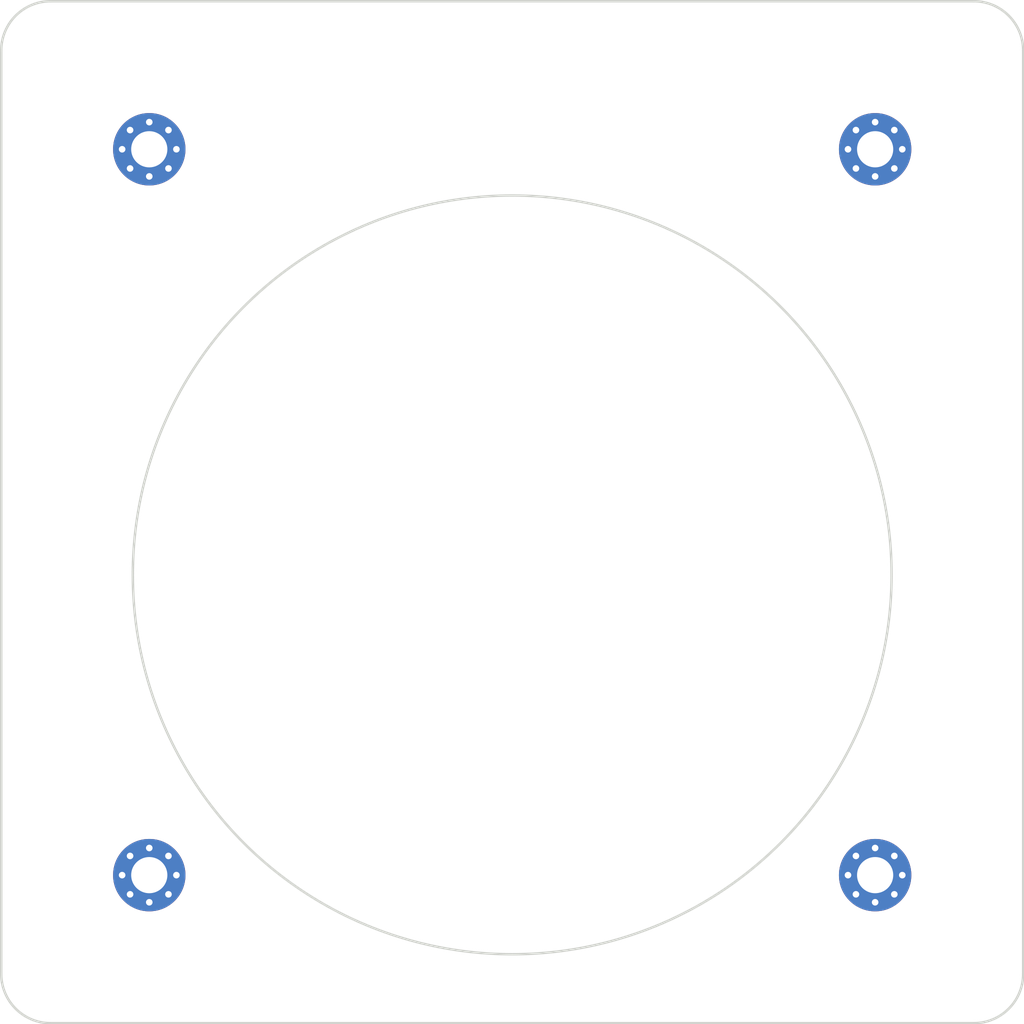
<source format=kicad_pcb>


(kicad_pcb (version 20171130) (host pcbnew 5.1.6)

  (page A3)
  (title_block
    (title "trackpad_holder")
    (rev "v1.0.0")
    (company "Unknown")
  )

  (general
    (thickness 1.6)
  )

  (layers
    (0 F.Cu signal)
    (31 B.Cu signal)
    (32 B.Adhes user)
    (33 F.Adhes user)
    (34 B.Paste user)
    (35 F.Paste user)
    (36 B.SilkS user)
    (37 F.SilkS user)
    (38 B.Mask user)
    (39 F.Mask user)
    (40 Dwgs.User user)
    (41 Cmts.User user)
    (42 Eco1.User user)
    (43 Eco2.User user)
    (44 Edge.Cuts user)
    (45 Margin user)
    (46 B.CrtYd user)
    (47 F.CrtYd user)
    (48 B.Fab user)
    (49 F.Fab user)
  )

  (setup
    (last_trace_width 0.25)
    (trace_clearance 0.2)
    (zone_clearance 0.508)
    (zone_45_only no)
    (trace_min 0.2)
    (via_size 0.8)
    (via_drill 0.4)
    (via_min_size 0.4)
    (via_min_drill 0.3)
    (uvia_size 0.3)
    (uvia_drill 0.1)
    (uvias_allowed no)
    (uvia_min_size 0.2)
    (uvia_min_drill 0.1)
    (edge_width 0.05)
    (segment_width 0.2)
    (pcb_text_width 0.3)
    (pcb_text_size 1.5 1.5)
    (mod_edge_width 0.12)
    (mod_text_size 1 1)
    (mod_text_width 0.15)
    (pad_size 1.524 1.524)
    (pad_drill 0.762)
    (pad_to_mask_clearance 0.05)
    (aux_axis_origin 0 0)
    (visible_elements FFFFFF7F)
    (pcbplotparams
      (layerselection 0x010fc_ffffffff)
      (usegerberextensions false)
      (usegerberattributes true)
      (usegerberadvancedattributes true)
      (creategerberjobfile true)
      (excludeedgelayer true)
      (linewidth 0.100000)
      (plotframeref false)
      (viasonmask false)
      (mode 1)
      (useauxorigin false)
      (hpglpennumber 1)
      (hpglpenspeed 20)
      (hpglpendiameter 15.000000)
      (psnegative false)
      (psa4output false)
      (plotreference true)
      (plotvalue true)
      (plotinvisibletext false)
      (padsonsilk false)
      (subtractmaskfromsilk false)
      (outputformat 1)
      (mirror false)
      (drillshape 1)
      (scaleselection 1)
      (outputdirectory ""))
  )

  (net 0 "")

  (net_class Default "This is the default net class."
    (clearance 0.2)
    (trace_width 0.25)
    (via_dia 0.8)
    (via_drill 0.4)
    (uvia_dia 0.3)
    (uvia_drill 0.1)
    (add_net "")
  )

  
    (module "MountingHole_2.2mm_M2_Pad_Via" (version 20210722) (generator pcbnew) (layer "F.Cu")
      (tedit 56DDB9C7)
      (at 204.7318735 169.44821480000002 0) 
    
      (fp_text reference "_1" (at 0 -3.2) (layer "F.SilkS") hide 
        (effects (font (size 1 1) (thickness 0.15)))
        (tstamp b68bb25c-687d-44b1-b966-dad4cac66b35)
      )
    
      (fp_circle (center 0 0) (end 2.45 0) (layer "F.CrtYd") (width 0.05) (fill none) (tstamp b2688462-c375-45d3-9095-3425fb17c88f))
      (pad "1" thru_hole circle locked (at 1.166726 1.166726) (size 0.7 0.7) (drill 0.4) (layers *.Cu *.Mask) (tstamp 2a7fc905-328f-4bbb-9222-ca8d15d03a86))
      (pad "1" thru_hole circle locked (at 0 0) (size 4.4 4.4) (drill 2.2) (layers *.Cu *.Mask) (tstamp 47ee1d53-0551-4b6d-bc24-3f3f14c73c36))
      (pad "1" thru_hole circle locked (at 0 1.65) (size 0.7 0.7) (drill 0.4) (layers *.Cu *.Mask) (tstamp 4eef65bc-4add-40d7-8319-14dcdbae0d44))
      (pad "1" thru_hole circle locked (at 1.166726 -1.166726) (size 0.7 0.7) (drill 0.4) (layers *.Cu *.Mask) (tstamp 56155f4d-2ebc-4ad4-8d82-7aa7846deba8))
      (pad "1" thru_hole circle locked (at -1.65 0) (size 0.7 0.7) (drill 0.4) (layers *.Cu *.Mask) (tstamp 787d6162-1d3c-4def-859e-6532ce27c1ef))
      (pad "1" thru_hole circle locked (at -1.166726 -1.166726) (size 0.7 0.7) (drill 0.4) (layers *.Cu *.Mask) (tstamp 8d699d12-7099-4814-bbe6-11bc74c6e8b2))
      (pad "1" thru_hole circle locked (at -1.166726 1.166726) (size 0.7 0.7) (drill 0.4) (layers *.Cu *.Mask) (tstamp 95ab0420-a56b-46ee-98ad-5072a1a93a6f))
      (pad "1" thru_hole circle locked (at 1.65 0) (size 0.7 0.7) (drill 0.4) (layers *.Cu *.Mask) (tstamp cde0acf2-b3b4-46de-9f6e-3ab519744000))
      (pad "1" thru_hole circle locked (at 0 -1.65) (size 0.7 0.7) (drill 0.4) (layers *.Cu *.Mask) (tstamp ff0de415-ae11-46fb-b780-c24aee621212))
    )

    (module "MountingHole_2.2mm_M2_Pad_Via" (version 20210722) (generator pcbnew) (layer "F.Cu")
      (tedit 56DDB9C7)
      (at 160.6018735 169.44821480000002 0) 
    
      (fp_text reference "_2" (at 0 -3.2) (layer "F.SilkS") hide 
        (effects (font (size 1 1) (thickness 0.15)))
        (tstamp b68bb25c-687d-44b1-b966-dad4cac66b35)
      )
    
      (fp_circle (center 0 0) (end 2.45 0) (layer "F.CrtYd") (width 0.05) (fill none) (tstamp b2688462-c375-45d3-9095-3425fb17c88f))
      (pad "1" thru_hole circle locked (at 1.166726 1.166726) (size 0.7 0.7) (drill 0.4) (layers *.Cu *.Mask) (tstamp 2a7fc905-328f-4bbb-9222-ca8d15d03a86))
      (pad "1" thru_hole circle locked (at 0 0) (size 4.4 4.4) (drill 2.2) (layers *.Cu *.Mask) (tstamp 47ee1d53-0551-4b6d-bc24-3f3f14c73c36))
      (pad "1" thru_hole circle locked (at 0 1.65) (size 0.7 0.7) (drill 0.4) (layers *.Cu *.Mask) (tstamp 4eef65bc-4add-40d7-8319-14dcdbae0d44))
      (pad "1" thru_hole circle locked (at 1.166726 -1.166726) (size 0.7 0.7) (drill 0.4) (layers *.Cu *.Mask) (tstamp 56155f4d-2ebc-4ad4-8d82-7aa7846deba8))
      (pad "1" thru_hole circle locked (at -1.65 0) (size 0.7 0.7) (drill 0.4) (layers *.Cu *.Mask) (tstamp 787d6162-1d3c-4def-859e-6532ce27c1ef))
      (pad "1" thru_hole circle locked (at -1.166726 -1.166726) (size 0.7 0.7) (drill 0.4) (layers *.Cu *.Mask) (tstamp 8d699d12-7099-4814-bbe6-11bc74c6e8b2))
      (pad "1" thru_hole circle locked (at -1.166726 1.166726) (size 0.7 0.7) (drill 0.4) (layers *.Cu *.Mask) (tstamp 95ab0420-a56b-46ee-98ad-5072a1a93a6f))
      (pad "1" thru_hole circle locked (at 1.65 0) (size 0.7 0.7) (drill 0.4) (layers *.Cu *.Mask) (tstamp cde0acf2-b3b4-46de-9f6e-3ab519744000))
      (pad "1" thru_hole circle locked (at 0 -1.65) (size 0.7 0.7) (drill 0.4) (layers *.Cu *.Mask) (tstamp ff0de415-ae11-46fb-b780-c24aee621212))
    )

    (module "MountingHole_2.2mm_M2_Pad_Via" (version 20210722) (generator pcbnew) (layer "F.Cu")
      (tedit 56DDB9C7)
      (at 204.7318735 213.5782148 0) 
    
      (fp_text reference "_3" (at 0 -3.2) (layer "F.SilkS") hide 
        (effects (font (size 1 1) (thickness 0.15)))
        (tstamp b68bb25c-687d-44b1-b966-dad4cac66b35)
      )
    
      (fp_circle (center 0 0) (end 2.45 0) (layer "F.CrtYd") (width 0.05) (fill none) (tstamp b2688462-c375-45d3-9095-3425fb17c88f))
      (pad "1" thru_hole circle locked (at 1.166726 1.166726) (size 0.7 0.7) (drill 0.4) (layers *.Cu *.Mask) (tstamp 2a7fc905-328f-4bbb-9222-ca8d15d03a86))
      (pad "1" thru_hole circle locked (at 0 0) (size 4.4 4.4) (drill 2.2) (layers *.Cu *.Mask) (tstamp 47ee1d53-0551-4b6d-bc24-3f3f14c73c36))
      (pad "1" thru_hole circle locked (at 0 1.65) (size 0.7 0.7) (drill 0.4) (layers *.Cu *.Mask) (tstamp 4eef65bc-4add-40d7-8319-14dcdbae0d44))
      (pad "1" thru_hole circle locked (at 1.166726 -1.166726) (size 0.7 0.7) (drill 0.4) (layers *.Cu *.Mask) (tstamp 56155f4d-2ebc-4ad4-8d82-7aa7846deba8))
      (pad "1" thru_hole circle locked (at -1.65 0) (size 0.7 0.7) (drill 0.4) (layers *.Cu *.Mask) (tstamp 787d6162-1d3c-4def-859e-6532ce27c1ef))
      (pad "1" thru_hole circle locked (at -1.166726 -1.166726) (size 0.7 0.7) (drill 0.4) (layers *.Cu *.Mask) (tstamp 8d699d12-7099-4814-bbe6-11bc74c6e8b2))
      (pad "1" thru_hole circle locked (at -1.166726 1.166726) (size 0.7 0.7) (drill 0.4) (layers *.Cu *.Mask) (tstamp 95ab0420-a56b-46ee-98ad-5072a1a93a6f))
      (pad "1" thru_hole circle locked (at 1.65 0) (size 0.7 0.7) (drill 0.4) (layers *.Cu *.Mask) (tstamp cde0acf2-b3b4-46de-9f6e-3ab519744000))
      (pad "1" thru_hole circle locked (at 0 -1.65) (size 0.7 0.7) (drill 0.4) (layers *.Cu *.Mask) (tstamp ff0de415-ae11-46fb-b780-c24aee621212))
    )

    (module "MountingHole_2.2mm_M2_Pad_Via" (version 20210722) (generator pcbnew) (layer "F.Cu")
      (tedit 56DDB9C7)
      (at 160.6018735 213.5782148 0) 
    
      (fp_text reference "_4" (at 0 -3.2) (layer "F.SilkS") hide 
        (effects (font (size 1 1) (thickness 0.15)))
        (tstamp b68bb25c-687d-44b1-b966-dad4cac66b35)
      )
    
      (fp_circle (center 0 0) (end 2.45 0) (layer "F.CrtYd") (width 0.05) (fill none) (tstamp b2688462-c375-45d3-9095-3425fb17c88f))
      (pad "1" thru_hole circle locked (at 1.166726 1.166726) (size 0.7 0.7) (drill 0.4) (layers *.Cu *.Mask) (tstamp 2a7fc905-328f-4bbb-9222-ca8d15d03a86))
      (pad "1" thru_hole circle locked (at 0 0) (size 4.4 4.4) (drill 2.2) (layers *.Cu *.Mask) (tstamp 47ee1d53-0551-4b6d-bc24-3f3f14c73c36))
      (pad "1" thru_hole circle locked (at 0 1.65) (size 0.7 0.7) (drill 0.4) (layers *.Cu *.Mask) (tstamp 4eef65bc-4add-40d7-8319-14dcdbae0d44))
      (pad "1" thru_hole circle locked (at 1.166726 -1.166726) (size 0.7 0.7) (drill 0.4) (layers *.Cu *.Mask) (tstamp 56155f4d-2ebc-4ad4-8d82-7aa7846deba8))
      (pad "1" thru_hole circle locked (at -1.65 0) (size 0.7 0.7) (drill 0.4) (layers *.Cu *.Mask) (tstamp 787d6162-1d3c-4def-859e-6532ce27c1ef))
      (pad "1" thru_hole circle locked (at -1.166726 -1.166726) (size 0.7 0.7) (drill 0.4) (layers *.Cu *.Mask) (tstamp 8d699d12-7099-4814-bbe6-11bc74c6e8b2))
      (pad "1" thru_hole circle locked (at -1.166726 1.166726) (size 0.7 0.7) (drill 0.4) (layers *.Cu *.Mask) (tstamp 95ab0420-a56b-46ee-98ad-5072a1a93a6f))
      (pad "1" thru_hole circle locked (at 1.65 0) (size 0.7 0.7) (drill 0.4) (layers *.Cu *.Mask) (tstamp cde0acf2-b3b4-46de-9f6e-3ab519744000))
      (pad "1" thru_hole circle locked (at 0 -1.65) (size 0.7 0.7) (drill 0.4) (layers *.Cu *.Mask) (tstamp ff0de415-ae11-46fb-b780-c24aee621212))
    )
  (gr_line (start 154.6018735 222.5782148) (end 210.7318735 222.5782148) (angle 90) (layer Edge.Cuts) (width 0.15))
(gr_arc (start 210.7318735 219.5782148) (end 210.7318735 222.5782148) (angle -90) (layer Edge.Cuts) (width 0.15))
(gr_line (start 213.7318735 219.5782148) (end 213.7318735 163.44821480000002) (angle 90) (layer Edge.Cuts) (width 0.15))
(gr_arc (start 210.7318735 163.44821480000002) (end 213.7318735 163.44821480000002) (angle -90) (layer Edge.Cuts) (width 0.15))
(gr_line (start 210.7318735 160.44821480000002) (end 154.6018735 160.44821480000002) (angle 90) (layer Edge.Cuts) (width 0.15))
(gr_arc (start 154.6018735 163.44821480000002) (end 154.6018735 160.44821480000002) (angle -90) (layer Edge.Cuts) (width 0.15))
(gr_line (start 151.6018735 163.44821480000002) (end 151.6018735 219.5782148) (angle 90) (layer Edge.Cuts) (width 0.15))
(gr_arc (start 154.6018735 219.5782148) (end 151.6018735 219.5782148) (angle -90) (layer Edge.Cuts) (width 0.15))
(gr_circle (center 182.6668735 195.32321480000002) (end 205.7318735 195.32321480000002) (layer Edge.Cuts) (width 0.15))

)


</source>
